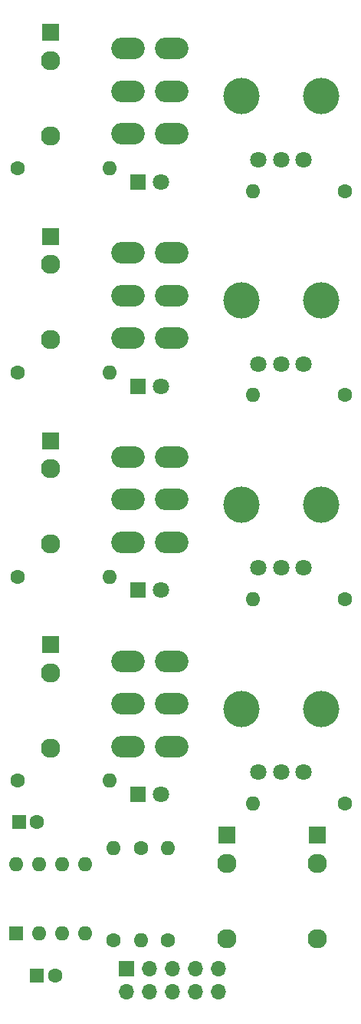
<source format=gts>
G04 #@! TF.GenerationSoftware,KiCad,Pcbnew,7.0.5.1-1-g8f565ef7f0-dirty-deb11*
G04 #@! TF.CreationDate,2023-06-10T15:43:27+00:00*
G04 #@! TF.ProjectId,Basic-DC-mixer,42617369-632d-4444-932d-6d697865722e,rev?*
G04 #@! TF.SameCoordinates,Original*
G04 #@! TF.FileFunction,Soldermask,Top*
G04 #@! TF.FilePolarity,Negative*
%FSLAX46Y46*%
G04 Gerber Fmt 4.6, Leading zero omitted, Abs format (unit mm)*
G04 Created by KiCad (PCBNEW 7.0.5.1-1-g8f565ef7f0-dirty-deb11) date 2023-06-10 15:43:27*
%MOMM*%
%LPD*%
G01*
G04 APERTURE LIST*
%ADD10C,4.000000*%
%ADD11C,1.800000*%
%ADD12O,3.700000X2.400000*%
%ADD13C,1.600000*%
%ADD14O,1.600000X1.600000*%
%ADD15R,1.800000X1.800000*%
%ADD16R,1.930000X1.830000*%
%ADD17C,2.130000*%
%ADD18R,1.600000X1.600000*%
%ADD19R,1.700000X1.700000*%
%ADD20O,1.700000X1.700000*%
G04 APERTURE END LIST*
D10*
X56600000Y-85550000D03*
X65400000Y-85550000D03*
D11*
X63500000Y-92550000D03*
X61000000Y-92550000D03*
X58500000Y-92550000D03*
D10*
X56600000Y-108050000D03*
X65400000Y-108050000D03*
D11*
X63500000Y-115050000D03*
X61000000Y-115050000D03*
X58500000Y-115050000D03*
D12*
X44100000Y-102800000D03*
X44100000Y-107500000D03*
X44100000Y-112200000D03*
X48900000Y-102800000D03*
X48900000Y-107500000D03*
X48900000Y-112200000D03*
D13*
X42500000Y-133580000D03*
D14*
X42500000Y-123420000D03*
D15*
X45225000Y-72500000D03*
D11*
X47765000Y-72500000D03*
D13*
X68080000Y-118500000D03*
D14*
X57920000Y-118500000D03*
D13*
X68080000Y-96000000D03*
D14*
X57920000Y-96000000D03*
D10*
X56600000Y-63050000D03*
X65400000Y-63050000D03*
D11*
X63500000Y-70050000D03*
X61000000Y-70050000D03*
X58500000Y-70050000D03*
D13*
X31920000Y-48500000D03*
D14*
X42080000Y-48500000D03*
D13*
X31920000Y-116000000D03*
D14*
X42080000Y-116000000D03*
D15*
X45225000Y-95000000D03*
D11*
X47765000Y-95000000D03*
D16*
X55000000Y-122000000D03*
D17*
X55000000Y-133400000D03*
X55000000Y-125100000D03*
D13*
X31920000Y-71000000D03*
D14*
X42080000Y-71000000D03*
D16*
X35500000Y-101000000D03*
D17*
X35500000Y-112400000D03*
X35500000Y-104100000D03*
D13*
X48500000Y-133580000D03*
D14*
X48500000Y-123420000D03*
D12*
X44100000Y-35300000D03*
X44100000Y-40000000D03*
X44100000Y-44700000D03*
X48900000Y-35300000D03*
X48900000Y-40000000D03*
X48900000Y-44700000D03*
D10*
X56600000Y-40550000D03*
X65400000Y-40550000D03*
D11*
X63500000Y-47550000D03*
X61000000Y-47550000D03*
X58500000Y-47550000D03*
D13*
X31920000Y-93500000D03*
D14*
X42080000Y-93500000D03*
D15*
X45225000Y-117500000D03*
D11*
X47765000Y-117500000D03*
D13*
X68080000Y-73500000D03*
D14*
X57920000Y-73500000D03*
D13*
X68080000Y-51000000D03*
D14*
X57920000Y-51000000D03*
D16*
X35500000Y-56000000D03*
D17*
X35500000Y-67400000D03*
X35500000Y-59100000D03*
D12*
X44100000Y-80300000D03*
X44100000Y-85000000D03*
X44100000Y-89700000D03*
X48900000Y-80300000D03*
X48900000Y-85000000D03*
X48900000Y-89700000D03*
X44100000Y-57800000D03*
X44100000Y-62500000D03*
X44100000Y-67200000D03*
X48900000Y-57800000D03*
X48900000Y-62500000D03*
X48900000Y-67200000D03*
D16*
X35500000Y-33500000D03*
D17*
X35500000Y-44900000D03*
X35500000Y-36600000D03*
D13*
X45500000Y-123420000D03*
D14*
X45500000Y-133580000D03*
D15*
X45225000Y-50000000D03*
D11*
X47765000Y-50000000D03*
D16*
X35500000Y-78500000D03*
D17*
X35500000Y-89900000D03*
X35500000Y-81600000D03*
D18*
X31700000Y-132800000D03*
D14*
X34240000Y-132800000D03*
X36780000Y-132800000D03*
X39320000Y-132800000D03*
X39320000Y-125180000D03*
X36780000Y-125180000D03*
X34240000Y-125180000D03*
X31700000Y-125180000D03*
D16*
X65000000Y-122000000D03*
D17*
X65000000Y-133400000D03*
X65000000Y-125100000D03*
D18*
X32044888Y-120500000D03*
D13*
X34044888Y-120500000D03*
D19*
X43925000Y-136725000D03*
D20*
X43925000Y-139265000D03*
X46465000Y-136725000D03*
X46465000Y-139265000D03*
X49005000Y-136725000D03*
X49005000Y-139265000D03*
X51545000Y-136725000D03*
X51545000Y-139265000D03*
X54085000Y-136725000D03*
X54085000Y-139265000D03*
D18*
X34044888Y-137500000D03*
D13*
X36044888Y-137500000D03*
M02*

</source>
